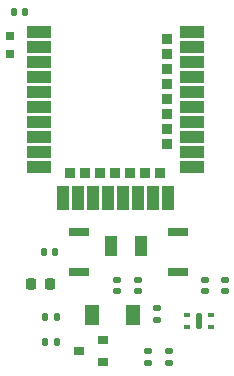
<source format=gbr>
G04 #@! TF.GenerationSoftware,KiCad,Pcbnew,7.0.1-0*
G04 #@! TF.CreationDate,2023-03-19T14:40:06+01:00*
G04 #@! TF.ProjectId,parasite,70617261-7369-4746-952e-6b696361645f,2.0.0*
G04 #@! TF.SameCoordinates,Original*
G04 #@! TF.FileFunction,Paste,Top*
G04 #@! TF.FilePolarity,Positive*
%FSLAX46Y46*%
G04 Gerber Fmt 4.6, Leading zero omitted, Abs format (unit mm)*
G04 Created by KiCad (PCBNEW 7.0.1-0) date 2023-03-19 14:40:06*
%MOMM*%
%LPD*%
G01*
G04 APERTURE LIST*
G04 Aperture macros list*
%AMRoundRect*
0 Rectangle with rounded corners*
0 $1 Rounding radius*
0 $2 $3 $4 $5 $6 $7 $8 $9 X,Y pos of 4 corners*
0 Add a 4 corners polygon primitive as box body*
4,1,4,$2,$3,$4,$5,$6,$7,$8,$9,$2,$3,0*
0 Add four circle primitives for the rounded corners*
1,1,$1+$1,$2,$3*
1,1,$1+$1,$4,$5*
1,1,$1+$1,$6,$7*
1,1,$1+$1,$8,$9*
0 Add four rect primitives between the rounded corners*
20,1,$1+$1,$2,$3,$4,$5,0*
20,1,$1+$1,$4,$5,$6,$7,0*
20,1,$1+$1,$6,$7,$8,$9,0*
20,1,$1+$1,$8,$9,$2,$3,0*%
G04 Aperture macros list end*
%ADD10R,1.700000X0.800000*%
%ADD11RoundRect,0.147500X-0.172500X0.147500X-0.172500X-0.147500X0.172500X-0.147500X0.172500X0.147500X0*%
%ADD12RoundRect,0.147500X0.147500X0.172500X-0.147500X0.172500X-0.147500X-0.172500X0.147500X-0.172500X0*%
%ADD13R,0.900000X0.800000*%
%ADD14RoundRect,0.147500X-0.147500X-0.172500X0.147500X-0.172500X0.147500X0.172500X-0.147500X0.172500X0*%
%ADD15RoundRect,0.147500X0.172500X-0.147500X0.172500X0.147500X-0.172500X0.147500X-0.172500X-0.147500X0*%
%ADD16R,1.000000X1.800000*%
%ADD17RoundRect,0.218750X0.218750X0.256250X-0.218750X0.256250X-0.218750X-0.256250X0.218750X-0.256250X0*%
%ADD18RoundRect,0.125000X0.125000X0.575000X-0.125000X0.575000X-0.125000X-0.575000X0.125000X-0.575000X0*%
%ADD19RoundRect,0.087500X0.187500X0.087500X-0.187500X0.087500X-0.187500X-0.087500X0.187500X-0.087500X0*%
%ADD20RoundRect,0.087500X-0.187500X-0.087500X0.187500X-0.087500X0.187500X0.087500X-0.187500X0.087500X0*%
%ADD21R,1.300000X1.700000*%
%ADD22R,2.000000X1.000000*%
%ADD23R,1.000000X2.000000*%
%ADD24R,0.900000X0.900000*%
%ADD25R,0.800000X0.800000*%
G04 APERTURE END LIST*
D10*
X63920000Y-48502000D03*
X63920000Y-51902000D03*
X72302000Y-51902000D03*
X72302000Y-48502000D03*
D11*
X69762000Y-58584000D03*
X69762000Y-59554000D03*
X71540000Y-58584000D03*
X71540000Y-59554000D03*
D12*
X62015000Y-57822000D03*
X61045000Y-57822000D03*
D13*
X65936000Y-59518000D03*
X65936000Y-57618000D03*
X63936000Y-58568000D03*
D14*
X61045000Y-55663000D03*
X62015000Y-55663000D03*
D12*
X61865000Y-50202000D03*
X60895000Y-50202000D03*
D15*
X70524000Y-55917000D03*
X70524000Y-54947000D03*
D16*
X69138500Y-49694000D03*
X66638500Y-49694000D03*
D17*
X61405500Y-52869000D03*
X59830500Y-52869000D03*
D11*
X68884500Y-52534000D03*
X68884500Y-53504000D03*
D15*
X67106500Y-53481000D03*
X67106500Y-52511000D03*
D11*
X74588000Y-52534000D03*
X74588000Y-53504000D03*
D15*
X76239000Y-53504000D03*
X76239000Y-52534000D03*
D18*
X74080000Y-56044000D03*
D19*
X75105000Y-55544000D03*
D20*
X73055000Y-55544000D03*
X73055000Y-56544000D03*
D19*
X75105000Y-56544000D03*
D21*
X68492000Y-55536000D03*
X64992000Y-55536000D03*
D22*
X60468000Y-31542550D03*
X60468000Y-32812550D03*
X60468000Y-34082550D03*
X60468000Y-35352550D03*
X60468000Y-36622550D03*
X60468000Y-37892550D03*
X60468000Y-39162550D03*
X60468000Y-40432550D03*
X60468000Y-41702550D03*
X60468000Y-42972550D03*
D23*
X62528000Y-45572550D03*
D24*
X63158000Y-43472550D03*
D23*
X63798000Y-45572550D03*
D24*
X64428000Y-43472550D03*
D23*
X65068000Y-45572550D03*
D24*
X65698000Y-43472550D03*
D23*
X66338000Y-45572550D03*
D24*
X66968000Y-43472550D03*
D23*
X67608000Y-45572550D03*
D24*
X68238000Y-43472550D03*
D23*
X68878000Y-45572550D03*
D24*
X69508000Y-43472550D03*
D23*
X70148000Y-45572550D03*
D24*
X70778000Y-43472550D03*
D23*
X71418000Y-45572550D03*
D22*
X73468000Y-42972550D03*
X73468000Y-41702550D03*
D24*
X71368000Y-41067550D03*
D22*
X73468000Y-40432550D03*
D24*
X71368000Y-39797550D03*
D22*
X73468000Y-39162550D03*
D24*
X71368000Y-38527550D03*
D22*
X73468000Y-37892550D03*
D24*
X71368000Y-37257550D03*
D22*
X73468000Y-36622550D03*
D24*
X71368000Y-35987550D03*
D22*
X73468000Y-35352550D03*
D24*
X71368000Y-34717550D03*
D22*
X73468000Y-34082550D03*
D24*
X71368000Y-33447550D03*
D22*
X73468000Y-32812550D03*
D24*
X71368000Y-32177550D03*
D22*
X73468000Y-31542550D03*
D12*
X59325000Y-29882000D03*
X58355000Y-29882000D03*
D25*
X58078000Y-33426000D03*
X58078000Y-31926000D03*
M02*

</source>
